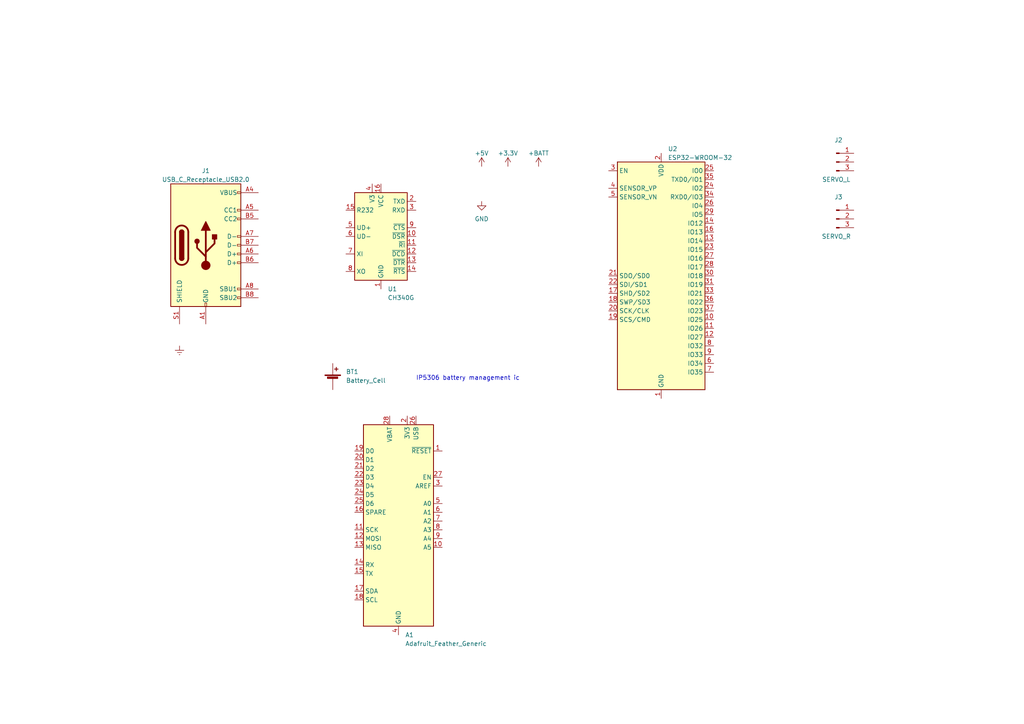
<source format=kicad_sch>
(kicad_sch (version 20230121) (generator eeschema)
  (paper "A4")
  (lib_symbols
    (symbol "Connector:Conn_01x03_Pin" (pin_names (offset 1.016) hide)
      (property "Reference" "J" (at 0 5.08 0))
      (property "Value" "Conn_01x03_Pin" (at 0 -5.08 0))
      (symbol "Conn_01x03_Pin_1_1"
        (polyline (pts (xy 1.27 -2.54) (xy 0.8636 -2.54)) (stroke (width 0.1524)))
        (polyline (pts (xy 1.27 0) (xy 0.8636 0)) (stroke (width 0.1524)))
        (polyline (pts (xy 1.27 2.54) (xy 0.8636 2.54)) (stroke (width 0.1524)))
        (rectangle (start 0.8636 -2.413) (end 0 -2.667) (stroke (width 0.1524)) (fill (type outline)))
        (rectangle (start 0.8636 0.127) (end 0 -0.127) (stroke (width 0.1524)) (fill (type outline)))
        (rectangle (start 0.8636 2.667) (end 0 2.413) (stroke (width 0.1524)) (fill (type outline)))
        (pin passive line (at 5.08 2.54 180) (length 3.81) (name "Pin_1") (number "1"))
        (pin passive line (at 5.08 0 180) (length 3.81) (name "Pin_2") (number "2"))
        (pin passive line (at 5.08 -2.54 180) (length 3.81) (name "Pin_3") (number "3"))
      )
    )
    (symbol "Connector:USB_C_Receptacle_USB2.0" (pin_names (offset 1.016))
      (property "Reference" "J" (at -10.16 19.05 0))
      (property "Value" "USB_C_Receptacle_USB2.0" (at 19.05 19.05 0))
      (symbol "USB_C_Receptacle_USB2.0_0_0"
        (rectangle (start -0.254 -17.78) (end 0.254 -16.764))
        (rectangle (start 10.16 -14.986) (end 9.144 -15.494))
        (rectangle (start 10.16 -12.446) (end 9.144 -12.954))
        (rectangle (start 10.16 -4.826) (end 9.144 -5.334))
        (rectangle (start 10.16 -2.286) (end 9.144 -2.794))
        (rectangle (start 10.16 0.254) (end 9.144 -0.254))
        (rectangle (start 10.16 2.794) (end 9.144 2.286))
        (rectangle (start 10.16 7.874) (end 9.144 7.366))
        (rectangle (start 10.16 10.414) (end 9.144 9.906))
        (rectangle (start 10.16 15.494) (end 9.144 14.986))
      )
      (symbol "USB_C_Receptacle_USB2.0_0_1"
        (rectangle (start -10.16 17.78) (end 10.16 -17.78) (stroke (width 0.254)) (fill (type background)))
        (arc (start -8.89 -3.81) (mid -6.985 -5.7067) (end -5.08 -3.81) (stroke (width 0.508)))
        (arc (start -7.62 -3.81) (mid -6.985 -4.4423) (end -6.35 -3.81) (stroke (width 0.254)))
        (arc (start -7.62 -3.81) (mid -6.985 -4.4423) (end -6.35 -3.81) (stroke (width 0.254)) (fill (type outline)))
        (rectangle (start -7.62 -3.81) (end -6.35 3.81) (stroke (width 0.254)) (fill (type outline)))
        (arc (start -6.35 3.81) (mid -6.985 4.4423) (end -7.62 3.81) (stroke (width 0.254)))
        (arc (start -6.35 3.81) (mid -6.985 4.4423) (end -7.62 3.81) (stroke (width 0.254)) (fill (type outline)))
        (arc (start -5.08 3.81) (mid -6.985 5.7067) (end -8.89 3.81) (stroke (width 0.508)))
        (circle (center -2.54 1.143) (radius 0.635) (stroke (width 0.254)) (fill (type outline)))
        (circle (center 0 -5.842) (radius 1.27) (fill (type outline)))
        (polyline (pts (xy -8.89 -3.81) (xy -8.89 3.81)) (stroke (width 0.508)))
        (polyline (pts (xy -5.08 3.81) (xy -5.08 -3.81)) (stroke (width 0.508)))
        (polyline (pts (xy 0 -5.842) (xy 0 4.318)) (stroke (width 0.508)))
        (polyline (pts (xy 0 -3.302) (xy -2.54 -0.762) (xy -2.54 0.508)) (stroke (width 0.508)))
        (polyline (pts (xy 0 -2.032) (xy 2.54 0.508) (xy 2.54 1.778)) (stroke (width 0.508)))
        (polyline (pts (xy -1.27 4.318) (xy 0 6.858) (xy 1.27 4.318) (xy -1.27 4.318)) (stroke (width 0.254)) (fill (type outline)))
        (rectangle (start 1.905 1.778) (end 3.175 3.048) (stroke (width 0.254)) (fill (type outline)))
      )
      (symbol "USB_C_Receptacle_USB2.0_1_1"
        (pin passive line (at 0 -22.86 90) (length 5.08) (name "GND") (number "A1"))
        (pin passive line (at 0 -22.86 90) (length 5.08) hide (name "GND") (number "A12"))
        (pin passive line (at 15.24 15.24 180) (length 5.08) (name "VBUS") (number "A4"))
        (pin bidirectional line (at 15.24 10.16 180) (length 5.08) (name "CC1") (number "A5"))
        (pin bidirectional line (at 15.24 -2.54 180) (length 5.08) (name "D+") (number "A6"))
        (pin bidirectional line (at 15.24 2.54 180) (length 5.08) (name "D-") (number "A7"))
        (pin bidirectional line (at 15.24 -12.7 180) (length 5.08) (name "SBU1") (number "A8"))
        (pin passive line (at 15.24 15.24 180) (length 5.08) hide (name "VBUS") (number "A9"))
        (pin passive line (at 0 -22.86 90) (length 5.08) hide (name "GND") (number "B1"))
        (pin passive line (at 0 -22.86 90) (length 5.08) hide (name "GND") (number "B12"))
        (pin passive line (at 15.24 15.24 180) (length 5.08) hide (name "VBUS") (number "B4"))
        (pin bidirectional line (at 15.24 7.62 180) (length 5.08) (name "CC2") (number "B5"))
        (pin bidirectional line (at 15.24 -5.08 180) (length 5.08) (name "D+") (number "B6"))
        (pin bidirectional line (at 15.24 0 180) (length 5.08) (name "D-") (number "B7"))
        (pin bidirectional line (at 15.24 -15.24 180) (length 5.08) (name "SBU2") (number "B8"))
        (pin passive line (at 15.24 15.24 180) (length 5.08) hide (name "VBUS") (number "B9"))
        (pin passive line (at -7.62 -22.86 90) (length 5.08) (name "SHIELD") (number "S1"))
      )
    )
    (symbol "Device:Battery_Cell" (pin_numbers hide) (pin_names (offset 0) hide)
      (property "Reference" "BT" (at 2.54 2.54 0))
      (property "Value" "Battery_Cell" (at 2.54 0 0))
      (symbol "Battery_Cell_0_1"
        (rectangle (start -2.286 1.778) (end 2.286 1.524) (fill (type outline)))
        (rectangle (start -1.5748 1.1938) (end 1.4732 0.6858) (fill (type outline)))
        (polyline (pts (xy 0 0.762) (xy 0 0)))
        (polyline (pts (xy 0 1.778) (xy 0 2.54)))
        (polyline (pts (xy 0.508 3.429) (xy 1.524 3.429)) (stroke (width 0.254)))
        (polyline (pts (xy 1.016 3.937) (xy 1.016 2.921)) (stroke (width 0.254)))
      )
      (symbol "Battery_Cell_1_1"
        (pin passive line (at 0 5.08 270) (length 2.54) (name "+") (number "1"))
        (pin passive line (at 0 -2.54 90) (length 2.54) (name "-") (number "2"))
      )
    )
    (symbol "Interface_USB:CH340G"
      (property "Reference" "U" (at -5.08 13.97 0))
      (property "Value" "CH340G" (at 1.27 13.97 0))
      (symbol "CH340G_0_1"
        (rectangle (start -7.62 12.7) (end 7.62 -12.7) (stroke (width 0.254)) (fill (type background)))
      )
      (symbol "CH340G_1_1"
        (pin power_in line (at 0 -15.24 90) (length 2.54) (name "GND") (number "1"))
        (pin input line (at 10.16 0 180) (length 2.54) (name "~{DSR}") (number "10"))
        (pin input line (at 10.16 -2.54 180) (length 2.54) (name "~{RI}") (number "11"))
        (pin input line (at 10.16 -5.08 180) (length 2.54) (name "~{DCD}") (number "12"))
        (pin output line (at 10.16 -7.62 180) (length 2.54) (name "~{DTR}") (number "13"))
        (pin output line (at 10.16 -10.16 180) (length 2.54) (name "~{RTS}") (number "14"))
        (pin input line (at -10.16 7.62 0) (length 2.54) (name "R232") (number "15"))
        (pin power_in line (at 0 15.24 270) (length 2.54) (name "VCC") (number "16"))
        (pin output line (at 10.16 10.16 180) (length 2.54) (name "TXD") (number "2"))
        (pin input line (at 10.16 7.62 180) (length 2.54) (name "RXD") (number "3"))
        (pin passive line (at -2.54 15.24 270) (length 2.54) (name "V3") (number "4"))
        (pin bidirectional line (at -10.16 2.54 0) (length 2.54) (name "UD+") (number "5"))
        (pin bidirectional line (at -10.16 0 0) (length 2.54) (name "UD-") (number "6"))
        (pin input line (at -10.16 -5.08 0) (length 2.54) (name "XI") (number "7"))
        (pin output line (at -10.16 -10.16 0) (length 2.54) (name "XO") (number "8"))
        (pin input line (at 10.16 2.54 180) (length 2.54) (name "~{CTS}") (number "9"))
      )
    )
    (symbol "MCU_Module:Adafruit_Feather_Generic"
      (property "Reference" "A" (at -10.16 29.21 0))
      (property "Value" "Adafruit_Feather_Generic" (at 2.54 -31.75 0))
      (symbol "Adafruit_Feather_Generic_0_1"
        (rectangle (start -10.16 27.94) (end 10.16 -30.48) (stroke (width 0.254)) (fill (type background)))
      )
      (symbol "Adafruit_Feather_Generic_1_1"
        (pin input line (at 12.7 20.32 180) (length 2.54) (name "~{RESET}") (number "1"))
        (pin bidirectional line (at 12.7 -7.62 180) (length 2.54) (name "A5") (number "10"))
        (pin bidirectional line (at -12.7 -2.54 0) (length 2.54) (name "SCK") (number "11"))
        (pin bidirectional line (at -12.7 -5.08 0) (length 2.54) (name "MOSI") (number "12"))
        (pin bidirectional line (at -12.7 -7.62 0) (length 2.54) (name "MISO") (number "13"))
        (pin bidirectional line (at -12.7 -12.7 0) (length 2.54) (name "RX") (number "14"))
        (pin bidirectional line (at -12.7 -15.24 0) (length 2.54) (name "TX") (number "15"))
        (pin bidirectional line (at -12.7 2.54 0) (length 2.54) (name "SPARE") (number "16"))
        (pin bidirectional line (at -12.7 -20.32 0) (length 2.54) (name "SDA") (number "17"))
        (pin bidirectional line (at -12.7 -22.86 0) (length 2.54) (name "SCL") (number "18"))
        (pin bidirectional line (at -12.7 20.32 0) (length 2.54) (name "D0") (number "19"))
        (pin power_in line (at 2.54 30.48 270) (length 2.54) (name "3V3") (number "2"))
        (pin bidirectional line (at -12.7 17.78 0) (length 2.54) (name "D1") (number "20"))
        (pin bidirectional line (at -12.7 15.24 0) (length 2.54) (name "D2") (number "21"))
        (pin bidirectional line (at -12.7 12.7 0) (length 2.54) (name "D3") (number "22"))
        (pin bidirectional line (at -12.7 10.16 0) (length 2.54) (name "D4") (number "23"))
        (pin bidirectional line (at -12.7 7.62 0) (length 2.54) (name "D5") (number "24"))
        (pin bidirectional line (at -12.7 5.08 0) (length 2.54) (name "D6") (number "25"))
        (pin power_in line (at 5.08 30.48 270) (length 2.54) (name "USB") (number "26"))
        (pin input line (at 12.7 12.7 180) (length 2.54) (name "EN") (number "27"))
        (pin power_in line (at -2.54 30.48 270) (length 2.54) (name "VBAT") (number "28"))
        (pin input line (at 12.7 10.16 180) (length 2.54) (name "AREF") (number "3"))
        (pin power_in line (at 0 -33.02 90) (length 2.54) (name "GND") (number "4"))
        (pin bidirectional line (at 12.7 5.08 180) (length 2.54) (name "A0") (number "5"))
        (pin bidirectional line (at 12.7 2.54 180) (length 2.54) (name "A1") (number "6"))
        (pin bidirectional line (at 12.7 0 180) (length 2.54) (name "A2") (number "7"))
        (pin bidirectional line (at 12.7 -2.54 180) (length 2.54) (name "A3") (number "8"))
        (pin bidirectional line (at 12.7 -5.08 180) (length 2.54) (name "A4") (number "9"))
      )
    )
    (symbol "RF_Module:ESP32-WROOM-32"
      (property "Reference" "U" (at -12.7 34.29 0))
      (property "Value" "ESP32-WROOM-32" (at 1.27 34.29 0))
      (symbol "ESP32-WROOM-32_0_1"
        (rectangle (start -12.7 33.02) (end 12.7 -33.02) (stroke (width 0.254)) (fill (type background)))
      )
      (symbol "ESP32-WROOM-32_1_1"
        (pin power_in line (at 0 -35.56 90) (length 2.54) (name "GND") (number "1"))
        (pin bidirectional line (at 15.24 -12.7 180) (length 2.54) (name "IO25") (number "10"))
        (pin bidirectional line (at 15.24 -15.24 180) (length 2.54) (name "IO26") (number "11"))
        (pin bidirectional line (at 15.24 -17.78 180) (length 2.54) (name "IO27") (number "12"))
        (pin bidirectional line (at 15.24 10.16 180) (length 2.54) (name "IO14") (number "13"))
        (pin bidirectional line (at 15.24 15.24 180) (length 2.54) (name "IO12") (number "14"))
        (pin passive line (at 0 -35.56 90) (length 2.54) hide (name "GND") (number "15"))
        (pin bidirectional line (at 15.24 12.7 180) (length 2.54) (name "IO13") (number "16"))
        (pin bidirectional line (at -15.24 -5.08 0) (length 2.54) (name "SHD/SD2") (number "17"))
        (pin bidirectional line (at -15.24 -7.62 0) (length 2.54) (name "SWP/SD3") (number "18"))
        (pin bidirectional line (at -15.24 -12.7 0) (length 2.54) (name "SCS/CMD") (number "19"))
        (pin power_in line (at 0 35.56 270) (length 2.54) (name "VDD") (number "2"))
        (pin bidirectional line (at -15.24 -10.16 0) (length 2.54) (name "SCK/CLK") (number "20"))
        (pin bidirectional line (at -15.24 0 0) (length 2.54) (name "SDO/SD0") (number "21"))
        (pin bidirectional line (at -15.24 -2.54 0) (length 2.54) (name "SDI/SD1") (number "22"))
        (pin bidirectional line (at 15.24 7.62 180) (length 2.54) (name "IO15") (number "23"))
        (pin bidirectional line (at 15.24 25.4 180) (length 2.54) (name "IO2") (number "24"))
        (pin bidirectional line (at 15.24 30.48 180) (length 2.54) (name "IO0") (number "25"))
        (pin bidirectional line (at 15.24 20.32 180) (length 2.54) (name "IO4") (number "26"))
        (pin bidirectional line (at 15.24 5.08 180) (length 2.54) (name "IO16") (number "27"))
        (pin bidirectional line (at 15.24 2.54 180) (length 2.54) (name "IO17") (number "28"))
        (pin bidirectional line (at 15.24 17.78 180) (length 2.54) (name "IO5") (number "29"))
        (pin input line (at -15.24 30.48 0) (length 2.54) (name "EN") (number "3"))
        (pin bidirectional line (at 15.24 0 180) (length 2.54) (name "IO18") (number "30"))
        (pin bidirectional line (at 15.24 -2.54 180) (length 2.54) (name "IO19") (number "31"))
        (pin no_connect line (at -12.7 -27.94 0) (length 2.54) hide (name "NC") (number "32"))
        (pin bidirectional line (at 15.24 -5.08 180) (length 2.54) (name "IO21") (number "33"))
        (pin bidirectional line (at 15.24 22.86 180) (length 2.54) (name "RXD0/IO3") (number "34"))
        (pin bidirectional line (at 15.24 27.94 180) (length 2.54) (name "TXD0/IO1") (number "35"))
        (pin bidirectional line (at 15.24 -7.62 180) (length 2.54) (name "IO22") (number "36"))
        (pin bidirectional line (at 15.24 -10.16 180) (length 2.54) (name "IO23") (number "37"))
        (pin passive line (at 0 -35.56 90) (length 2.54) hide (name "GND") (number "38"))
        (pin passive line (at 0 -35.56 90) (length 2.54) hide (name "GND") (number "39"))
        (pin input line (at -15.24 25.4 0) (length 2.54) (name "SENSOR_VP") (number "4"))
        (pin input line (at -15.24 22.86 0) (length 2.54) (name "SENSOR_VN") (number "5"))
        (pin input line (at 15.24 -25.4 180) (length 2.54) (name "IO34") (number "6"))
        (pin input line (at 15.24 -27.94 180) (length 2.54) (name "IO35") (number "7"))
        (pin bidirectional line (at 15.24 -20.32 180) (length 2.54) (name "IO32") (number "8"))
        (pin bidirectional line (at 15.24 -22.86 180) (length 2.54) (name "IO33") (number "9"))
      )
    )
    (symbol "power:+3.3V" (power) (pin_names (offset 0))
      (property "Value" "+3.3V" (at 0 3.556 0))
      (symbol "+3.3V_0_1"
        (polyline (pts (xy -0.762 1.27) (xy 0 2.54)))
        (polyline (pts (xy 0 0) (xy 0 2.54)))
        (polyline (pts (xy 0 2.54) (xy 0.762 1.27)))
      )
      (symbol "+3.3V_1_1"
        (pin power_in line (at 0 0 90) (length 0) hide (name "+3.3V") (number "1"))
      )
    )
    (symbol "power:+5V" (power) (pin_names (offset 0))
      (property "Value" "+5V" (at 0 3.556 0))
      (symbol "+5V_0_1"
        (polyline (pts (xy -0.762 1.27) (xy 0 2.54)))
        (polyline (pts (xy 0 0) (xy 0 2.54)))
        (polyline (pts (xy 0 2.54) (xy 0.762 1.27)))
      )
      (symbol "+5V_1_1"
        (pin power_in line (at 0 0 90) (length 0) hide (name "+5V") (number "1"))
      )
    )
    (symbol "power:+BATT" (power) (pin_names (offset 0))
      (property "Value" "+BATT" (at 0 3.556 0))
      (symbol "+BATT_0_1"
        (polyline (pts (xy -0.762 1.27) (xy 0 2.54)))
        (polyline (pts (xy 0 0) (xy 0 2.54)))
        (polyline (pts (xy 0 2.54) (xy 0.762 1.27)))
      )
      (symbol "+BATT_1_1"
        (pin power_in line (at 0 0 90) (length 0) hide (name "+BATT") (number "1"))
      )
    )
    (symbol "power:Earth" (power) (pin_names (offset 0))
      (symbol "Earth_0_1"
        (polyline (pts (xy -0.635 -1.905) (xy 0.635 -1.905)))
        (polyline (pts (xy -0.127 -2.54) (xy 0.127 -2.54)))
        (polyline (pts (xy 0 -1.27) (xy 0 0)))
        (polyline (pts (xy 1.27 -1.27) (xy -1.27 -1.27)))
      )
      (symbol "Earth_1_1"
        (pin power_in line (at 0 0 270) (length 0) hide (name "Earth") (number "1"))
      )
    )
    (symbol "power:GND" (power) (pin_names (offset 0))
      (property "Value" "GND" (at 0 -3.81 0))
      (symbol "GND_0_1"
        (polyline (pts (xy 0 0) (xy 0 -1.27) (xy 1.27 -1.27) (xy 0 -2.54) (xy -1.27 -1.27) (xy 0 -1.27)))
      )
      (symbol "GND_1_1"
        (pin power_in line (at 0 0 270) (length 0) hide (name "GND") (number "1"))
      )
    )
  )
  (text "IP5306 battery management ic" (at 120.65 110.49 0) (effects (font (size 1.27 1.27)) (justify left bottom)))
  (symbol (lib_id "Device:Battery_Cell") (at 96.52 110.49 0) (unit 1)
    (property "Reference" "BT1" (at 100.33 107.823 0) (effects (justify left)))
    (property "Value" "Battery_Cell" (at 100.33 110.363 0) (effects (justify left)))
  )
  (symbol (lib_id "power:+BATT") (at 156.21 48.26 0) (unit 1)
    (property "Reference" "#PWR03" (effects hide))
    (property "Value" "+BATT" (at 156.21 44.45 0))
  )
  (symbol (lib_id "power:+5V") (at 139.7 48.26 0) (unit 1)
    (property "Reference" "#PWR01" (effects hide))
    (property "Value" "+5V" (at 139.7 44.45 0))
  )
  (symbol (lib_id "power:GND") (at 139.7 58.42 0) (unit 1)
    (property "Reference" "#PWR04" (effects hide))
    (property "Value" "GND" (at 139.7 63.5 0))
  )
  (symbol (lib_id "RF_Module:ESP32-WROOM-32") (at 191.77 80.01 0) (unit 1)
    (property "Reference" "U2" (at 193.7259 43.18 0) (effects (justify left)))
    (property "Value" "ESP32-WROOM-32" (at 193.7259 45.72 0) (effects (justify left)))
    (property "Footprint" "RF_Module:ESP32-WROOM-32" (effects hide))
    (property "Datasheet" "https://www.espressif.com/sites/default/files/documentation/esp32-wroom-32_datasheet_en.pdf" (effects hide))
  )
  (symbol (lib_id "MCU_Module:Adafruit_Feather_Generic") (at 115.57 151.13 0) (unit 1)
    (property "Reference" "A1" (at 117.5259 184.15 0) (effects (justify left)))
    (property "Value" "Adafruit_Feather_Generic" (at 117.5259 186.69 0) (effects (justify left)))
    (property "Footprint" "Module:Adafruit_Feather" (effects hide))
    (property "Datasheet" "https://cdn-learn.adafruit.com/downloads/pdf/adafruit-feather.pdf" (effects hide))
  )
  (symbol (lib_id "Connector:Conn_01x03_Pin") (at 242.57 63.5 0) (unit 1)
    (property "Reference" "J3" (at 243.205 57.15 0))
    (property "Value" "SERVO_R" (at 242.57 68.58 0))
  )
  (symbol (lib_id "power:Earth") (at 52.07 100.33 0) (unit 1)
    (property "Reference" "#PWR05" (effects hide))
    (property "Value" "Earth" (effects hide))
  )
  (symbol (lib_id "Connector:Conn_01x03_Pin") (at 242.57 46.99 0) (unit 1)
    (property "Reference" "J2" (at 243.205 40.64 0))
    (property "Value" "SERVO_L" (at 242.57 52.07 0))
  )
  (symbol (lib_id "Interface_USB:CH340G") (at 110.49 68.58 0) (unit 1)
    (property "Reference" "U1" (at 112.4459 83.82 0) (effects (justify left)))
    (property "Value" "CH340G" (at 112.4459 86.36 0) (effects (justify left)))
    (property "Footprint" "Package_SO:SOIC-16_3.9x9.9mm_P1.27mm" (effects hide))
    (property "Datasheet" "http://www.datasheet5.com/pdf-local-2195953" (effects hide))
    (property "JLC" "https://jlcpcb.com/partdetail/wch_jiangsu_Qin_heng-CH340G/C14267" (effects hide))
  )
  (symbol (lib_id "Connector:USB_C_Receptacle_USB2.0") (at 59.69 71.12 0) (unit 1)
    (property "Reference" "J1" (at 59.69 49.53 0))
    (property "Value" "USB_C_Receptacle_USB2.0" (at 59.69 52.07 0))
    (property "Footprint" "Connector_USB:USB_C_Receptacle_HRO_TYPE-C-31-M-12" (effects hide))
    (property "Datasheet" "https://www.usb.org/sites/default/files/documents/usb_type-c.zip" (effects hide))
    (property "JLC" "https://jlcpcb.com/partdetail/ShouHan-TYPE_C_16P_073/C668624" (effects hide))
  )
  (symbol (lib_id "power:+3.3V") (at 147.32 48.26 0) (unit 1)
    (property "Reference" "#PWR02" (effects hide))
    (property "Value" "+3.3V" (at 147.32 44.45 0))
  )
)
</source>
